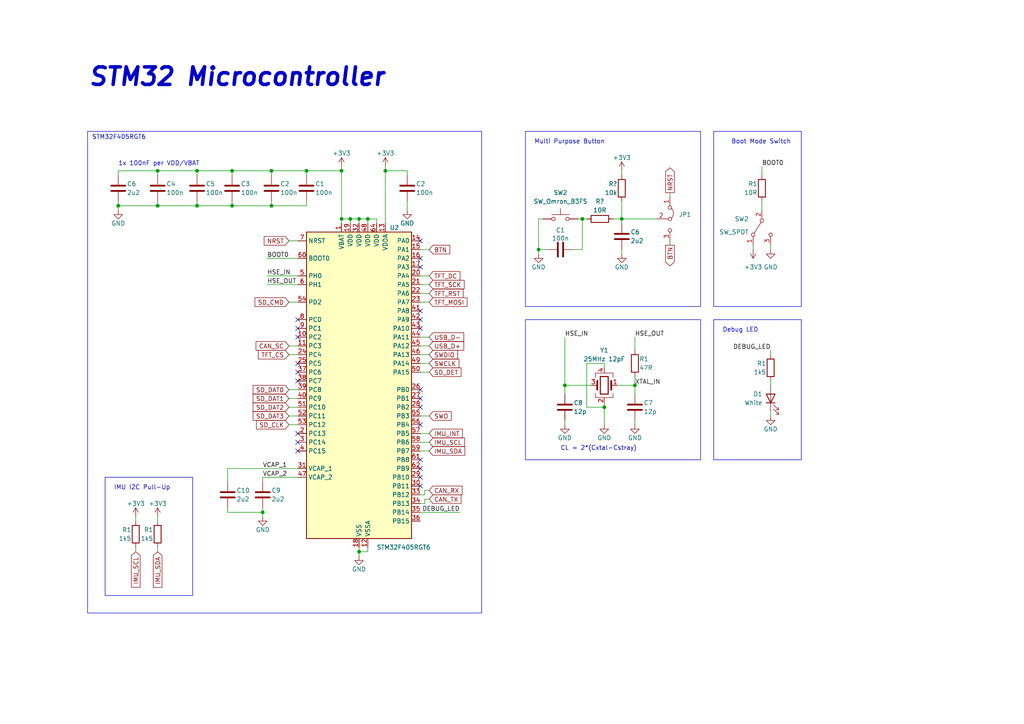
<source format=kicad_sch>
(kicad_sch (version 20230121) (generator eeschema)
  (paper "A4")
  (title_block (title "ST32 Microcontroller") (date "2023-08-02") (rev "R1") (company "s-grundner"))
  (lib_symbols
    (symbol "Device:C" (pin_numbers hide) (pin_names (offset 0.254))
      (property "Reference" "C" (at 0.635 2.54 0))
      (property "Value" "C" (at 0.635 -2.54 0))
      (symbol "C_0_1"
        (polyline (pts (xy -2.032 -0.762) (xy 2.032 -0.762)) (stroke (width 0.508)))
        (polyline (pts (xy -2.032 0.762) (xy 2.032 0.762)) (stroke (width 0.508)))
      )
      (symbol "C_1_1"
        (pin passive line (at 0 3.81 270) (length 2.794) (name "~") (number "1"))
        (pin passive line (at 0 -3.81 90) (length 2.794) (name "~") (number "2"))
      )
    )
    (symbol "Device:Crystal_GND24" (pin_names (offset 1.016) hide)
      (property "Reference" "Y" (at 3.175 5.08 0))
      (property "Value" "Crystal_GND24" (at 3.175 3.175 0))
      (symbol "Crystal_GND24_0_1"
        (rectangle (start -1.143 2.54) (end 1.143 -2.54) (stroke (width 0.3048)))
        (polyline (pts (xy -2.54 0) (xy -2.032 0)))
        (polyline (pts (xy -2.032 -1.27) (xy -2.032 1.27)) (stroke (width 0.508)))
        (polyline (pts (xy 0 -3.81) (xy 0 -3.556)))
        (polyline (pts (xy 0 3.556) (xy 0 3.81)))
        (polyline (pts (xy 2.032 -1.27) (xy 2.032 1.27)) (stroke (width 0.508)))
        (polyline (pts (xy 2.032 0) (xy 2.54 0)))
        (polyline (pts (xy -2.54 -2.286) (xy -2.54 -3.556) (xy 2.54 -3.556) (xy 2.54 -2.286)))
        (polyline (pts (xy -2.54 2.286) (xy -2.54 3.556) (xy 2.54 3.556) (xy 2.54 2.286)))
      )
      (symbol "Crystal_GND24_1_1"
        (pin passive line (at -3.81 0 0) (length 1.27) (name "1") (number "1"))
        (pin passive line (at 0 5.08 270) (length 1.27) (name "2") (number "2"))
        (pin passive line (at 3.81 0 180) (length 1.27) (name "3") (number "3"))
        (pin passive line (at 0 -5.08 90) (length 1.27) (name "4") (number "4"))
      )
    )
    (symbol "Device:LED" (pin_numbers hide) (pin_names (offset 1.016) hide)
      (property "Reference" "D" (at 0 2.54 0))
      (property "Value" "LED" (at 0 -2.54 0))
      (symbol "LED_0_1"
        (polyline (pts (xy -1.27 -1.27) (xy -1.27 1.27)) (stroke (width 0.254)))
        (polyline (pts (xy -1.27 0) (xy 1.27 0)))
        (polyline (pts (xy 1.27 -1.27) (xy 1.27 1.27) (xy -1.27 0) (xy 1.27 -1.27)) (stroke (width 0.254)))
        (polyline (pts (xy -3.048 -0.762) (xy -4.572 -2.286) (xy -3.81 -2.286) (xy -4.572 -2.286) (xy -4.572 -1.524)))
        (polyline (pts (xy -1.778 -0.762) (xy -3.302 -2.286) (xy -2.54 -2.286) (xy -3.302 -2.286) (xy -3.302 -1.524)))
      )
      (symbol "LED_1_1"
        (pin passive line (at -3.81 0 0) (length 2.54) (name "K") (number "1"))
        (pin passive line (at 3.81 0 180) (length 2.54) (name "A") (number "2"))
      )
    )
    (symbol "Device:R" (pin_numbers hide) (pin_names (offset 0))
      (property "Reference" "R" (at 2.032 0 90))
      (property "Value" "R" (at 0 0 90))
      (symbol "R_0_1"
        (rectangle (start -1.016 -2.54) (end 1.016 2.54) (stroke (width 0.254)))
      )
      (symbol "R_1_1"
        (pin passive line (at 0 3.81 270) (length 1.27) (name "~") (number "1"))
        (pin passive line (at 0 -3.81 90) (length 1.27) (name "~") (number "2"))
      )
    )
    (symbol "Jumper:Jumper_3_Bridged12" (pin_names (offset 0) hide)
      (property "Reference" "JP" (at -2.54 -2.54 0))
      (property "Value" "Jumper_3_Bridged12" (at 0 2.794 0))
      (symbol "Jumper_3_Bridged12_0_0"
        (circle (center -3.302 0) (radius 0.508))
        (circle (center 0 0) (radius 0.508))
        (circle (center 3.302 0) (radius 0.508))
      )
      (symbol "Jumper_3_Bridged12_0_1"
        (arc (start -0.254 0.508) (mid -1.651 0.9912) (end -3.048 0.508))
        (polyline (pts (xy 0 -1.27) (xy 0 -0.508)))
      )
      (symbol "Jumper_3_Bridged12_1_1"
        (pin passive line (at -6.35 0 0) (length 2.54) (name "A") (number "1"))
        (pin passive line (at 0 -3.81 90) (length 2.54) (name "C") (number "2"))
        (pin passive line (at 6.35 0 180) (length 2.54) (name "B") (number "3"))
      )
    )
    (symbol "MCU_ST_STM32F4:STM32F405RGTx"
      (property "Reference" "U" (at -15.24 46.99 0))
      (property "Value" "STM32F405RGTx" (at 10.16 46.99 0))
      (symbol "STM32F405RGTx_0_1"
        (rectangle (start -15.24 -43.18) (end 15.24 45.72) (stroke (width 0.254)) (fill (type background)))
      )
      (symbol "STM32F405RGTx_1_1"
        (pin power_in line (at -5.08 48.26 270) (length 2.54) (name "VBAT") (number "1"))
        (pin bidirectional line (at -17.78 15.24 0) (length 2.54) (name "PC2") (number "10"))
        (pin bidirectional line (at -17.78 12.7 0) (length 2.54) (name "PC3") (number "11"))
        (pin power_in line (at 2.54 -45.72 90) (length 2.54) (name "VSSA") (number "12"))
        (pin power_in line (at 7.62 48.26 270) (length 2.54) (name "VDDA") (number "13"))
        (pin bidirectional line (at 17.78 43.18 180) (length 2.54) (name "PA0") (number "14"))
        (pin bidirectional line (at 17.78 40.64 180) (length 2.54) (name "PA1") (number "15"))
        (pin bidirectional line (at 17.78 38.1 180) (length 2.54) (name "PA2") (number "16"))
        (pin bidirectional line (at 17.78 35.56 180) (length 2.54) (name "PA3") (number "17"))
        (pin power_in line (at 0 -45.72 90) (length 2.54) (name "VSS") (number "18"))
        (pin power_in line (at -2.54 48.26 270) (length 2.54) (name "VDD") (number "19"))
        (pin bidirectional line (at -17.78 -12.7 0) (length 2.54) (name "PC13") (number "2"))
        (pin bidirectional line (at 17.78 33.02 180) (length 2.54) (name "PA4") (number "20"))
        (pin bidirectional line (at 17.78 30.48 180) (length 2.54) (name "PA5") (number "21"))
        (pin bidirectional line (at 17.78 27.94 180) (length 2.54) (name "PA6") (number "22"))
        (pin bidirectional line (at 17.78 25.4 180) (length 2.54) (name "PA7") (number "23"))
        (pin bidirectional line (at -17.78 10.16 0) (length 2.54) (name "PC4") (number "24"))
        (pin bidirectional line (at -17.78 7.62 0) (length 2.54) (name "PC5") (number "25"))
        (pin bidirectional line (at 17.78 0 180) (length 2.54) (name "PB0") (number "26"))
        (pin bidirectional line (at 17.78 -2.54 180) (length 2.54) (name "PB1") (number "27"))
        (pin bidirectional line (at 17.78 -5.08 180) (length 2.54) (name "PB2") (number "28"))
        (pin bidirectional line (at 17.78 -25.4 180) (length 2.54) (name "PB10") (number "29"))
        (pin bidirectional line (at -17.78 -15.24 0) (length 2.54) (name "PC14") (number "3"))
        (pin bidirectional line (at 17.78 -27.94 180) (length 2.54) (name "PB11") (number "30"))
        (pin power_out line (at -17.78 -22.86 0) (length 2.54) (name "VCAP_1") (number "31"))
        (pin power_in line (at 0 48.26 270) (length 2.54) (name "VDD") (number "32"))
        (pin bidirectional line (at 17.78 -30.48 180) (length 2.54) (name "PB12") (number "33"))
        (pin bidirectional line (at 17.78 -33.02 180) (length 2.54) (name "PB13") (number "34"))
        (pin bidirectional line (at 17.78 -35.56 180) (length 2.54) (name "PB14") (number "35"))
        (pin bidirectional line (at 17.78 -38.1 180) (length 2.54) (name "PB15") (number "36"))
        (pin bidirectional line (at -17.78 5.08 0) (length 2.54) (name "PC6") (number "37"))
        (pin bidirectional line (at -17.78 2.54 0) (length 2.54) (name "PC7") (number "38"))
        (pin bidirectional line (at -17.78 0 0) (length 2.54) (name "PC8") (number "39"))
        (pin bidirectional line (at -17.78 -17.78 0) (length 2.54) (name "PC15") (number "4"))
        (pin bidirectional line (at -17.78 -2.54 0) (length 2.54) (name "PC9") (number "40"))
        (pin bidirectional line (at 17.78 22.86 180) (length 2.54) (name "PA8") (number "41"))
        (pin bidirectional line (at 17.78 20.32 180) (length 2.54) (name "PA9") (number "42"))
        (pin bidirectional line (at 17.78 17.78 180) (length 2.54) (name "PA10") (number "43"))
        (pin bidirectional line (at 17.78 15.24 180) (length 2.54) (name "PA11") (number "44"))
        (pin bidirectional line (at 17.78 12.7 180) (length 2.54) (name "PA12") (number "45"))
        (pin bidirectional line (at 17.78 10.16 180) (length 2.54) (name "PA13") (number "46"))
        (pin power_out line (at -17.78 -25.4 0) (length 2.54) (name "VCAP_2") (number "47"))
        (pin power_in line (at 2.54 48.26 270) (length 2.54) (name "VDD") (number "48"))
        (pin bidirectional line (at 17.78 7.62 180) (length 2.54) (name "PA14") (number "49"))
        (pin bidirectional line (at -17.78 33.02 0) (length 2.54) (name "PH0") (number "5"))
        (pin bidirectional line (at 17.78 5.08 180) (length 2.54) (name "PA15") (number "50"))
        (pin bidirectional line (at -17.78 -5.08 0) (length 2.54) (name "PC10") (number "51"))
        (pin bidirectional line (at -17.78 -7.62 0) (length 2.54) (name "PC11") (number "52"))
        (pin bidirectional line (at -17.78 -10.16 0) (length 2.54) (name "PC12") (number "53"))
        (pin bidirectional line (at -17.78 25.4 0) (length 2.54) (name "PD2") (number "54"))
        (pin bidirectional line (at 17.78 -7.62 180) (length 2.54) (name "PB3") (number "55"))
        (pin bidirectional line (at 17.78 -10.16 180) (length 2.54) (name "PB4") (number "56"))
        (pin bidirectional line (at 17.78 -12.7 180) (length 2.54) (name "PB5") (number "57"))
        (pin bidirectional line (at 17.78 -15.24 180) (length 2.54) (name "PB6") (number "58"))
        (pin bidirectional line (at 17.78 -17.78 180) (length 2.54) (name "PB7") (number "59"))
        (pin bidirectional line (at -17.78 30.48 0) (length 2.54) (name "PH1") (number "6"))
        (pin input line (at -17.78 38.1 0) (length 2.54) (name "BOOT0") (number "60"))
        (pin bidirectional line (at 17.78 -20.32 180) (length 2.54) (name "PB8") (number "61"))
        (pin bidirectional line (at 17.78 -22.86 180) (length 2.54) (name "PB9") (number "62"))
        (pin passive line (at 0 -45.72 90) (length 2.54) hide (name "VSS") (number "63"))
        (pin power_in line (at 5.08 48.26 270) (length 2.54) (name "VDD") (number "64"))
        (pin input line (at -17.78 43.18 0) (length 2.54) (name "NRST") (number "7"))
        (pin bidirectional line (at -17.78 20.32 0) (length 2.54) (name "PC0") (number "8"))
        (pin bidirectional line (at -17.78 17.78 0) (length 2.54) (name "PC1") (number "9"))
      )
    )
    (symbol "Switch:SW_Omron_B3FS" (pin_numbers hide) (pin_names (offset 1.016) hide)
      (property "Reference" "SW" (at 1.27 2.54 0))
      (property "Value" "SW_Omron_B3FS" (at 0 -1.524 0))
      (symbol "SW_Omron_B3FS_0_1"
        (circle (center -2.032 0) (radius 0.508))
        (polyline (pts (xy 0 1.27) (xy 0 3.048)))
        (polyline (pts (xy 2.54 1.27) (xy -2.54 1.27)))
        (circle (center 2.032 0) (radius 0.508))
        (pin passive line (at -5.08 0 0) (length 2.54) (name "1") (number "1"))
        (pin passive line (at 5.08 0 180) (length 2.54) (name "2") (number "2"))
      )
    )
    (symbol "Switch:SW_SPDT" (pin_names (offset 0) hide)
      (property "Reference" "SW" (at 0 4.318 0))
      (property "Value" "SW_SPDT" (at 0 -5.08 0))
      (symbol "SW_SPDT_0_0"
        (circle (center -2.032 0) (radius 0.508))
        (circle (center 2.032 -2.54) (radius 0.508))
      )
      (symbol "SW_SPDT_0_1"
        (polyline (pts (xy -1.524 0.254) (xy 1.651 2.286)))
        (circle (center 2.032 2.54) (radius 0.508))
      )
      (symbol "SW_SPDT_1_1"
        (pin passive line (at 5.08 2.54 180) (length 2.54) (name "A") (number "1"))
        (pin passive line (at -5.08 0 0) (length 2.54) (name "B") (number "2"))
        (pin passive line (at 5.08 -2.54 180) (length 2.54) (name "C") (number "3"))
      )
    )
    (symbol "power:+3V3" (power) (pin_names (offset 0))
      (property "Value" "+3V3" (at 0 3.556 0))
      (symbol "+3V3_0_1"
        (polyline (pts (xy -0.762 1.27) (xy 0 2.54)))
        (polyline (pts (xy 0 0) (xy 0 2.54)))
        (polyline (pts (xy 0 2.54) (xy 0.762 1.27)))
      )
      (symbol "+3V3_1_1"
        (pin power_in line (at 0 0 90) (length 0) hide (name "+3V3") (number "1"))
      )
    )
    (symbol "power:GND" (power) (pin_names (offset 0))
      (property "Value" "GND" (at 0 -3.81 0))
      (symbol "GND_0_1"
        (polyline (pts (xy 0 0) (xy 0 -1.27) (xy 1.27 -1.27) (xy 0 -2.54) (xy -1.27 -1.27) (xy 0 -1.27)))
      )
      (symbol "GND_1_1"
        (pin power_in line (at 0 0 270) (length 0) hide (name "GND") (number "1"))
      )
    )
  )
  (junction (at 76.2 148.59))
  (junction (at 163.83 111.76))
  (junction (at 156.21 72.39))
  (junction (at 168.91 63.5))
  (junction (at 78.74 59.69))
  (junction (at 99.06 49.53))
  (junction (at 88.9 49.53))
  (junction (at 67.31 49.53))
  (junction (at 45.72 49.53))
  (junction (at 180.34 63.5))
  (junction (at 45.72 59.69))
  (junction (at 78.74 49.53))
  (junction (at 104.14 63.5))
  (junction (at 106.68 63.5))
  (junction (at 57.15 49.53))
  (junction (at 104.14 160.02))
  (junction (at 67.31 59.69))
  (junction (at 184.15 111.76))
  (junction (at 34.29 59.69))
  (junction (at 111.76 49.53))
  (junction (at 99.06 63.5))
  (junction (at 57.15 59.69))
  (junction (at 175.26 118.11))
  (junction (at 101.6 63.5))
  (no_connect (at 121.92 135.89))
  (no_connect (at 86.36 128.27))
  (no_connect (at 121.92 113.03))
  (no_connect (at 86.36 95.25))
  (no_connect (at 86.36 107.95))
  (no_connect (at 121.92 115.57))
  (no_connect (at 86.36 110.49))
  (no_connect (at 86.36 130.81))
  (no_connect (at 121.92 138.43))
  (no_connect (at 121.92 118.11))
  (no_connect (at 121.92 123.19))
  (no_connect (at 121.92 140.97))
  (no_connect (at 121.92 92.71))
  (no_connect (at 121.92 95.25))
  (no_connect (at 86.36 92.71))
  (no_connect (at 86.36 97.79))
  (no_connect (at 86.36 125.73))
  (no_connect (at 121.92 77.47))
  (no_connect (at 121.92 74.93))
  (no_connect (at 121.92 69.85))
  (no_connect (at 121.92 90.17))
  (no_connect (at 121.92 133.35))
  (no_connect (at 86.36 105.41))
  (wire (pts (xy 124.46 80.01) (xy 121.92 80.01)))
  (wire (pts (xy 175.26 118.11) (xy 175.26 123.19)))
  (wire (pts (xy 66.04 148.59) (xy 76.2 148.59)))
  (wire (pts (xy 39.37 158.75) (xy 39.37 160.02)))
  (wire (pts (xy 34.29 59.69) (xy 34.29 58.42)))
  (wire (pts (xy 34.29 59.69) (xy 34.29 60.96)))
  (wire (pts (xy 123.19 142.24) (xy 123.19 143.51)))
  (wire (pts (xy 76.2 148.59) (xy 76.2 147.32)))
  (wire (pts (xy 88.9 58.42) (xy 88.9 59.69)))
  (wire (pts (xy 104.14 63.5) (xy 104.14 64.77)))
  (wire (pts (xy 45.72 58.42) (xy 45.72 59.69)))
  (wire (pts (xy 34.29 49.53) (xy 34.29 50.8)))
  (wire (pts (xy 194.31 55.88) (xy 194.31 57.15)))
  (wire (pts (xy 78.74 58.42) (xy 78.74 59.69)))
  (wire (pts (xy 124.46 97.79) (xy 121.92 97.79)))
  (wire (pts (xy 45.72 149.86) (xy 45.72 151.13)))
  (wire (pts (xy 184.15 111.76) (xy 184.15 114.3)))
  (wire (pts (xy 124.46 100.33) (xy 121.92 100.33)))
  (wire (pts (xy 45.72 49.53) (xy 34.29 49.53)))
  (wire (pts (xy 121.92 82.55) (xy 124.46 82.55)))
  (wire (pts (xy 104.14 160.02) (xy 106.68 160.02)))
  (wire (pts (xy 124.46 87.63) (xy 121.92 87.63)))
  (wire (pts (xy 109.22 63.5) (xy 109.22 64.77)))
  (wire (pts (xy 111.76 49.53) (xy 111.76 64.77)))
  (wire (pts (xy 175.26 105.41) (xy 175.26 106.68)))
  (wire (pts (xy 67.31 49.53) (xy 57.15 49.53)))
  (wire (pts (xy 194.31 71.12) (xy 194.31 69.85)))
  (wire (pts (xy 156.21 63.5) (xy 157.48 63.5)))
  (wire (pts (xy 220.98 48.26) (xy 220.98 50.8)))
  (wire (pts (xy 99.06 49.53) (xy 99.06 63.5)))
  (wire (pts (xy 106.68 158.75) (xy 106.68 160.02)))
  (wire (pts (xy 78.74 49.53) (xy 67.31 49.53)))
  (wire (pts (xy 57.15 59.69) (xy 45.72 59.69)))
  (wire (pts (xy 106.68 63.5) (xy 106.68 64.77)))
  (wire (pts (xy 175.26 116.84) (xy 175.26 118.11)))
  (wire (pts (xy 124.46 128.27) (xy 121.92 128.27)))
  (wire (pts (xy 111.76 48.26) (xy 111.76 49.53)))
  (wire (pts (xy 83.82 120.65) (xy 86.36 120.65)))
  (wire (pts (xy 156.21 72.39) (xy 156.21 73.66)))
  (wire (pts (xy 179.07 111.76) (xy 184.15 111.76)))
  (wire (pts (xy 163.83 111.76) (xy 163.83 114.3)))
  (wire (pts (xy 124.46 105.41) (xy 121.92 105.41)))
  (wire (pts (xy 124.46 120.65) (xy 121.92 120.65)))
  (wire (pts (xy 124.46 125.73) (xy 121.92 125.73)))
  (wire (pts (xy 83.82 115.57) (xy 86.36 115.57)))
  (wire (pts (xy 45.72 49.53) (xy 45.72 50.8)))
  (wire (pts (xy 39.37 149.86) (xy 39.37 151.13)))
  (wire (pts (xy 57.15 49.53) (xy 57.15 50.8)))
  (wire (pts (xy 177.8 63.5) (xy 180.34 63.5)))
  (wire (pts (xy 184.15 97.79) (xy 184.15 101.6)))
  (wire (pts (xy 83.82 87.63) (xy 86.36 87.63)))
  (wire (pts (xy 163.83 111.76) (xy 171.45 111.76)))
  (wire (pts (xy 66.04 135.89) (xy 86.36 135.89)))
  (wire (pts (xy 99.06 49.53) (xy 88.9 49.53)))
  (wire (pts (xy 57.15 58.42) (xy 57.15 59.69)))
  (wire (pts (xy 118.11 49.53) (xy 118.11 50.8)))
  (wire (pts (xy 163.83 97.79) (xy 163.83 111.76)))
  (wire (pts (xy 77.47 80.01) (xy 86.36 80.01)))
  (wire (pts (xy 99.06 48.26) (xy 99.06 49.53)))
  (wire (pts (xy 168.91 63.5) (xy 170.18 63.5)))
  (wire (pts (xy 218.44 72.39) (xy 218.44 71.12)))
  (wire (pts (xy 124.46 107.95) (xy 121.92 107.95)))
  (wire (pts (xy 180.34 63.5) (xy 180.34 64.77)))
  (wire (pts (xy 77.47 74.93) (xy 86.36 74.93)))
  (wire (pts (xy 88.9 49.53) (xy 78.74 49.53)))
  (wire (pts (xy 104.14 63.5) (xy 106.68 63.5)))
  (wire (pts (xy 180.34 63.5) (xy 190.5 63.5)))
  (wire (pts (xy 106.68 63.5) (xy 109.22 63.5)))
  (wire (pts (xy 83.82 69.85) (xy 86.36 69.85)))
  (wire (pts (xy 57.15 49.53) (xy 45.72 49.53)))
  (wire (pts (xy 123.19 144.78) (xy 123.19 146.05)))
  (wire (pts (xy 124.46 144.78) (xy 123.19 144.78)))
  (wire (pts (xy 76.2 148.59) (xy 76.2 149.86)))
  (wire (pts (xy 223.52 119.38) (xy 223.52 120.65)))
  (wire (pts (xy 184.15 123.19) (xy 184.15 121.92)))
  (wire (pts (xy 83.82 100.33) (xy 86.36 100.33)))
  (wire (pts (xy 78.74 59.69) (xy 67.31 59.69)))
  (wire (pts (xy 123.19 146.05) (xy 121.92 146.05)))
  (wire (pts (xy 83.82 123.19) (xy 86.36 123.19)))
  (wire (pts (xy 167.64 63.5) (xy 168.91 63.5)))
  (wire (pts (xy 67.31 49.53) (xy 67.31 50.8)))
  (wire (pts (xy 45.72 59.69) (xy 34.29 59.69)))
  (wire (pts (xy 88.9 49.53) (xy 88.9 50.8)))
  (wire (pts (xy 121.92 72.39) (xy 124.46 72.39)))
  (wire (pts (xy 67.31 58.42) (xy 67.31 59.69)))
  (wire (pts (xy 220.98 60.96) (xy 220.98 58.42)))
  (wire (pts (xy 66.04 147.32) (xy 66.04 148.59)))
  (wire (pts (xy 101.6 63.5) (xy 101.6 64.77)))
  (wire (pts (xy 170.18 118.11) (xy 175.26 118.11)))
  (wire (pts (xy 88.9 59.69) (xy 78.74 59.69)))
  (wire (pts (xy 101.6 63.5) (xy 104.14 63.5)))
  (wire (pts (xy 123.19 143.51) (xy 121.92 143.51)))
  (wire (pts (xy 104.14 160.02) (xy 104.14 161.29)))
  (wire (pts (xy 83.82 113.03) (xy 86.36 113.03)))
  (wire (pts (xy 118.11 58.42) (xy 118.11 60.96)))
  (wire (pts (xy 66.04 139.7) (xy 66.04 135.89)))
  (wire (pts (xy 158.75 72.39) (xy 156.21 72.39)))
  (wire (pts (xy 76.2 138.43) (xy 86.36 138.43)))
  (wire (pts (xy 184.15 109.22) (xy 184.15 111.76)))
  (wire (pts (xy 83.82 118.11) (xy 86.36 118.11)))
  (wire (pts (xy 170.18 118.11) (xy 170.18 105.41)))
  (wire (pts (xy 223.52 110.49) (xy 223.52 111.76)))
  (wire (pts (xy 156.21 63.5) (xy 156.21 72.39)))
  (wire (pts (xy 78.74 49.53) (xy 78.74 50.8)))
  (wire (pts (xy 104.14 158.75) (xy 104.14 160.02)))
  (wire (pts (xy 223.52 72.39) (xy 223.52 71.12)))
  (wire (pts (xy 163.83 121.92) (xy 163.83 123.19)))
  (wire (pts (xy 76.2 139.7) (xy 76.2 138.43)))
  (wire (pts (xy 99.06 63.5) (xy 101.6 63.5)))
  (wire (pts (xy 45.72 158.75) (xy 45.72 160.02)))
  (wire (pts (xy 166.37 72.39) (xy 168.91 72.39)))
  (wire (pts (xy 180.34 58.42) (xy 180.34 63.5)))
  (wire (pts (xy 223.52 102.87) (xy 223.52 101.6)))
  (wire (pts (xy 180.34 72.39) (xy 180.34 73.66)))
  (wire (pts (xy 180.34 49.53) (xy 180.34 50.8)))
  (wire (pts (xy 124.46 102.87) (xy 121.92 102.87)))
  (wire (pts (xy 83.82 102.87) (xy 86.36 102.87)))
  (wire (pts (xy 170.18 105.41) (xy 175.26 105.41)))
  (wire (pts (xy 124.46 142.24) (xy 123.19 142.24)))
  (wire (pts (xy 99.06 63.5) (xy 99.06 64.77)))
  (wire (pts (xy 67.31 59.69) (xy 57.15 59.69)))
  (wire (pts (xy 77.47 82.55) (xy 86.36 82.55)))
  (wire (pts (xy 111.76 49.53) (xy 118.11 49.53)))
  (wire (pts (xy 168.91 63.5) (xy 168.91 72.39)))
  (wire (pts (xy 124.46 130.81) (xy 121.92 130.81)))
  (wire (pts (xy 124.46 85.09) (xy 121.92 85.09)))
  (wire (pts (xy 133.35 148.59) (xy 121.92 148.59)))
  (rectangle (start 30.48 138.43) (end 55.88 172.72))
  (rectangle (start 152.4 38.1) (end 203.2 88.9))
  (rectangle (start 207.01 38.1) (end 232.41 88.9))
  (rectangle (start 207.01 92.71) (end 232.41 133.35))
  (rectangle (start 25.4 38.1) (end 139.7 177.8))
  (rectangle (start 152.4 92.71) (end 203.2 133.35))
  (text "STM32F405RGT6" (at 26.67 40.64 0) (effects (font (size 1.27 1.27)) (justify left bottom)))
  (text "Multi Purpose Button" (at 154.94 41.91 0) (effects (font (size 1.27 1.27)) (justify left bottom)))
  (text "1x 100nF per VDD/VBAT" (at 34.29 48.26 0) (effects (font (size 1.27 1.27)) (justify left bottom)))
  (text "IMU I2C Pull-Up\n" (at 33.02 142.24 0) (effects (font (size 1.27 1.27)) (justify left bottom)))
  (text "STM32 Microcontroller" (at 25.4 25.4 0) (effects (font (size 5.08 5.08) (thickness 1.016) bold italic) (justify left bottom)))
  (text "Debug LED" (at 209.55 96.52 0) (effects (font (size 1.27 1.27)) (justify left bottom)))
  (text "CL = 2*(Cxtal-Cstray)" (at 162.56 130.81 0) (effects (font (size 1.27 1.27)) (justify left bottom)))
  (text "Boot Mode Switch" (at 212.09 41.91 0) (effects (font (size 1.27 1.27)) (justify left bottom)))
  (label "DEBUG_LED" (at 223.52 101.6 180))
  (label "BOOT0" (at 77.47 74.93 0))
  (label "HSE_IN" (at 77.47 80.01 0))
  (label "XTAL_IN" (at 184.15 111.76 0))
  (label "HSE_OUT" (at 77.47 82.55 0))
  (label "VCAP_2" (at 76.2 138.43 0))
  (label "HSE_OUT" (at 184.15 97.79 0))
  (label "DEBUG_LED" (at 133.35 148.59 180))
  (label "VCAP_1" (at 76.2 135.89 0))
  (label "HSE_IN" (at 163.83 97.79 0))
  (label "BOOT0" (at 220.98 48.26 0))
  (global_label "CAN_TX" (shape input) (at 124.46 144.78 0) (property "Intersheetrefs" "${INTERSHEET_REFS}" (effects hide)))
  (global_label "SD_CLK" (shape input) (at 83.82 123.19 180) (property "Intersheetrefs" "${INTERSHEET_REFS}" (effects hide)))
  (global_label "TFT_SCK" (shape input) (at 124.46 82.55 0) (property "Intersheetrefs" "${INTERSHEET_REFS}" (effects hide)))
  (global_label "SD_DAT0" (shape input) (at 83.82 113.03 180) (property "Intersheetrefs" "${INTERSHEET_REFS}" (effects hide)))
  (global_label "TFT_MOSI" (shape input) (at 124.46 87.63 0) (property "Intersheetrefs" "${INTERSHEET_REFS}" (effects hide)))
  (global_label "SD_DAT1" (shape input) (at 83.82 115.57 180) (property "Intersheetrefs" "${INTERSHEET_REFS}" (effects hide)))
  (global_label "TFT_RST" (shape input) (at 124.46 85.09 0) (property "Intersheetrefs" "${INTERSHEET_REFS}" (effects hide)))
  (global_label "USB_D+" (shape input) (at 124.46 100.33 0) (property "Intersheetrefs" "${INTERSHEET_REFS}" (effects hide)))
  (global_label "SD_DAT2" (shape input) (at 83.82 118.11 180) (property "Intersheetrefs" "${INTERSHEET_REFS}" (effects hide)))
  (global_label "SWCLK" (shape input) (at 124.46 105.41 0) (property "Intersheetrefs" "${INTERSHEET_REFS}" (effects hide)))
  (global_label "SD_DAT3" (shape input) (at 83.82 120.65 180) (property "Intersheetrefs" "${INTERSHEET_REFS}" (effects hide)))
  (global_label "SD_DET" (shape input) (at 124.46 107.95 0) (property "Intersheetrefs" "${INTERSHEET_REFS}" (effects hide)))
  (global_label "NRST" (shape output) (at 194.31 55.88 90) (property "Intersheetrefs" "${INTERSHEET_REFS}" (effects hide)))
  (global_label "SWDIO" (shape input) (at 124.46 102.87 0) (property "Intersheetrefs" "${INTERSHEET_REFS}" (effects hide)))
  (global_label "CAN_SC" (shape input) (at 83.82 100.33 180) (property "Intersheetrefs" "${INTERSHEET_REFS}" (effects hide)))
  (global_label "NRST" (shape input) (at 83.82 69.85 180) (property "Intersheetrefs" "${INTERSHEET_REFS}" (effects hide)))
  (global_label "SWO" (shape input) (at 124.46 120.65 0) (property "Intersheetrefs" "${INTERSHEET_REFS}" (effects hide)))
  (global_label "BTN" (shape output) (at 194.31 71.12 270) (property "Intersheetrefs" "${INTERSHEET_REFS}" (effects hide)))
  (global_label "USB_D-" (shape input) (at 124.46 97.79 0) (property "Intersheetrefs" "${INTERSHEET_REFS}" (effects hide)))
  (global_label "TFT_CS" (shape input) (at 83.82 102.87 180) (property "Intersheetrefs" "${INTERSHEET_REFS}" (effects hide)))
  (global_label "SD_CMD" (shape input) (at 83.82 87.63 180) (property "Intersheetrefs" "${INTERSHEET_REFS}" (effects hide)))
  (global_label "IMU_SDA" (shape input) (at 124.46 130.81 0) (property "Intersheetrefs" "${INTERSHEET_REFS}" (effects hide)))
  (global_label "CAN_RX" (shape input) (at 124.46 142.24 0) (property "Intersheetrefs" "${INTERSHEET_REFS}" (effects hide)))
  (global_label "IMU_SCL" (shape input) (at 124.46 128.27 0) (property "Intersheetrefs" "${INTERSHEET_REFS}" (effects hide)))
  (global_label "IMU_SDA" (shape input) (at 45.72 160.02 270) (property "Intersheetrefs" "${INTERSHEET_REFS}" (effects hide)))
  (global_label "IMU_INT" (shape input) (at 124.46 125.73 0) (property "Intersheetrefs" "${INTERSHEET_REFS}" (effects hide)))
  (global_label "BTN" (shape input) (at 124.46 72.39 0) (property "Intersheetrefs" "${INTERSHEET_REFS}" (effects hide)))
  (global_label "IMU_SCL" (shape input) (at 39.37 160.02 270) (property "Intersheetrefs" "${INTERSHEET_REFS}" (effects hide)))
  (global_label "TFT_DC" (shape input) (at 124.46 80.01 0) (property "Intersheetrefs" "${INTERSHEET_REFS}" (effects hide)))
  (symbol (lib_id "Device:R") (at 39.37 154.94 180) (unit 1)
    (property "Reference" "R1" (at 38.1 153.67 0) (effects (justify left)))
    (property "Value" "1k5" (at 38.1 156.21 0) (effects (justify left)))
    (property "Footprint" "Resistor_SMD:R_0402_1005Metric" (effects hide))
    (property "LCSC Part #" "C25867" (effects hide))
    (instances (project "STM32F4_HexGauge_V3" (path "" (reference "R1") (unit 1)) (path "" (reference "R6") (unit 1))))
  )
  (symbol (lib_id "Device:C") (at 45.72 54.61 0) (unit 1)
    (property "Reference" "C4" (at 48.26 53.34 0) (effects (justify left)))
    (property "Value" "100n" (at 48.26 55.88 0) (effects (justify left)))
    (property "Footprint" "Capacitor_SMD:C_0402_1005Metric" (effects hide))
    (property "LCSC Part #" "C1525" (effects hide))
    (instances (project "STM32F4_HexGauge_V3" (path "" (reference "C4") (unit 1)) (path "" (reference "C2") (unit 1))))
  )
  (symbol (lib_id "Switch:SW_SPDT") (at 220.98 66.04 90) (mirror x) (unit 1)
    (property "Reference" "SW2" (at 217.17 63.5 90) (effects (justify left)))
    (property "Value" "SW_SPDT" (at 217.17 67.31 90) (effects (justify left)))
    (property "Footprint" "Button_Switch_SMD:SW_SPDT_PCM12" (effects hide))
  )
  (symbol (lib_id "Device:C") (at 76.2 143.51 0) (unit 1)
    (property "Reference" "C9" (at 78.74 142.24 0) (effects (justify left)))
    (property "Value" "2u2" (at 78.74 144.78 0) (effects (justify left)))
    (property "Footprint" "Capacitor_SMD:C_0603_1608Metric" (effects hide))
    (property "LCSC Part #" "C23630" (effects hide))
    (instances (project "STM32F4_HexGauge_V3" (path "" (reference "C9") (unit 1)) (path "" (reference "C13") (unit 1))))
  )
  (symbol (lib_id "power:GND") (at 223.52 120.65 0) (unit 1)
    (property "Reference" "#PWR010" (effects hide))
    (property "Value" "GND" (at 223.52 124.46 0))
  )
  (symbol (lib_id "power:+3V3") (at 45.72 149.86 0) (mirror y) (unit 1)
    (property "Reference" "#PWR01" (effects hide))
    (property "Value" "+3V3" (at 45.72 146.05 0))
    (instances (project "STM32F4_HexGauge_V3" (path "" (reference "#PWR01") (unit 1)) (path "" (reference "#PWR015") (unit 1))))
  )
  (symbol (lib_id "Device:C") (at 57.15 54.61 0) (unit 1)
    (property "Reference" "C5" (at 59.69 53.34 0) (effects (justify left)))
    (property "Value" "100n" (at 59.69 55.88 0) (effects (justify left)))
    (property "Footprint" "Capacitor_SMD:C_0402_1005Metric" (effects hide))
    (property "LCSC Part #" "C1525" (effects hide))
    (instances (project "STM32F4_HexGauge_V3" (path "" (reference "C5") (unit 1)) (path "" (reference "C3") (unit 1))))
  )
  (symbol (lib_id "Switch:SW_Omron_B3FS") (at 162.56 63.5 0) (unit 1)
    (property "Reference" "SW2" (at 162.56 55.88 0))
    (property "Value" "SW_Omron_B3FS" (at 162.56 58.42 0))
    (property "Footprint" "Button_Switch_SMD:Panasonic_EVQPUL_EVQPUC" (effects hide))
    (property "Datasheet" "https://omronfs.omron.com/en_US/ecb/products/pdf/en-b3fs.pdf" (effects hide))
    (instances (project "STM32F4_HexGauge_V3" (path "" (reference "SW2") (unit 1)) (path "" (reference "SW1") (unit 1))))
  )
  (symbol (lib_id "power:+3V3") (at 218.44 72.39 180) (unit 1)
    (property "Reference" "#PWR01" (effects hide))
    (property "Value" "+3V3" (at 218.44 77.47 0))
    (instances (project "STM32F4_HexGauge_V3" (path "" (reference "#PWR01") (unit 1)) (path "" (reference "#PWR06") (unit 1))))
  )
  (symbol (lib_id "power:GND") (at 76.2 149.86 0) (unit 1)
    (property "Reference" "#PWR010" (effects hide))
    (property "Value" "GND" (at 76.2 153.67 0))
    (instances (project "STM32F4_HexGauge_V3" (path "" (reference "#PWR010") (unit 1)) (path "" (reference "#PWR016") (unit 1))))
  )
  (symbol (lib_id "MCU_ST_STM32F4:STM32F405RGTx") (at 104.14 113.03 0) (unit 1)
    (property "Reference" "U2" (at 113.03 66.04 0) (effects (justify left)))
    (property "Value" "STM32F405RGT6" (at 109.22 158.75 0) (effects (justify left)))
    (property "Footprint" "Package_QFP:LQFP-64_10x10mm_P0.5mm" (effects hide))
    (property "Datasheet" "https://www.st.com/resource/en/datasheet/stm32f405rg.pdf" (effects hide))
    (property "LCSC Part #" "C15742" (effects hide))
    (instances (project "STM32F4_HexGauge_V3" (path "" (reference "U2") (unit 1)) (path "" (reference "U1") (unit 1))))
  )
  (symbol (lib_id "power:+3V3") (at 180.34 49.53 0) (unit 1)
    (property "Reference" "#PWR044" (effects hide))
    (property "Value" "+3V3" (at 180.34 45.72 0))
    (instances (project "STM32F4_HexGauge_V3" (path "" (reference "#PWR044") (unit 1)) (path "" (reference "#PWR03") (unit 1))))
  )
  (symbol (lib_id "Device:C") (at 78.74 54.61 0) (unit 1)
    (property "Reference" "C2" (at 81.28 53.34 0) (effects (justify left)))
    (property "Value" "100n" (at 81.28 55.88 0) (effects (justify left)))
    (property "Footprint" "Capacitor_SMD:C_0402_1005Metric" (effects hide))
    (property "LCSC Part #" "C1525" (effects hide))
    (instances (project "STM32F4_HexGauge_V3" (path "" (reference "C2") (unit 1)) (path "" (reference "C5") (unit 1))))
  )
  (symbol (lib_id "Device:R") (at 173.99 63.5 270) (unit 1)
    (property "Reference" "R?" (at 173.99 58.42 90))
    (property "Value" "10R" (at 173.99 60.96 90))
    (property "Footprint" "Resistor_SMD:R_0402_1005Metric" (effects hide))
    (property "LCSC Part #" "C25077" (effects hide))
    (instances (project "CTN" (path "" (reference "R?") (unit 1))) (project "STM32F4_HexGauge_V3" (path "" (reference "R17") (unit 1)) (path "" (reference "R3") (unit 1))) (project "FastHexGauge" (path "" (reference "R4") (unit 1)) (path "" (reference "R6") (unit 1))))
  )
  (symbol (lib_id "power:GND") (at 163.83 123.19 0) (unit 1)
    (property "Reference" "#PWR011" (effects hide))
    (property "Value" "GND" (at 163.83 127 0))
  )
  (symbol (lib_id "Device:Crystal_GND24") (at 175.26 111.76 180) (unit 1)
    (property "Reference" "Y1" (at 175.26 101.6 0))
    (property "Value" "25MHz 12pF" (at 175.26 104.14 0))
    (property "Footprint" "Crystal:Crystal_SMD_3225-4Pin_3.2x2.5mm" (effects hide))
    (property "Datasheet" "https://datasheet.lcsc.com/lcsc/2304140030_Yangxing-Tech-X322525MOB4SI_C9006.pdf" (effects hide))
    (property "LCSC Part #" "C9006" (effects hide))
  )
  (symbol (lib_id "Device:C") (at 66.04 143.51 0) (unit 1)
    (property "Reference" "C10" (at 68.58 142.24 0) (effects (justify left)))
    (property "Value" "2u2" (at 68.58 144.78 0) (effects (justify left)))
    (property "Footprint" "Capacitor_SMD:C_0603_1608Metric" (effects hide))
    (property "LCSC Part #" "C23630" (effects hide))
    (instances (project "STM32F4_HexGauge_V3" (path "" (reference "C10") (unit 1)) (path "" (reference "C12") (unit 1))))
  )
  (symbol (lib_id "Device:C") (at 118.11 54.61 0) (unit 1)
    (property "Reference" "C2" (at 120.65 53.34 0) (effects (justify left)))
    (property "Value" "100n" (at 120.65 55.88 0) (effects (justify left)))
    (property "Footprint" "Capacitor_SMD:C_0402_1005Metric" (effects hide))
    (property "LCSC Part #" "C1525" (effects hide))
    (instances (project "STM32F4_HexGauge_V3" (path "" (reference "C2") (unit 1)) (path "" (reference "C7") (unit 1))))
  )
  (symbol (lib_id "Device:C") (at 180.34 68.58 0) (unit 1)
    (property "Reference" "C6" (at 182.88 67.31 0) (effects (justify left)))
    (property "Value" "2u2" (at 182.88 69.85 0) (effects (justify left)))
    (property "Footprint" "Capacitor_SMD:C_0603_1608Metric" (effects hide))
    (property "LCSC Part #" "C23630" (effects hide))
    (instances (project "STM32F4_HexGauge_V3" (path "" (reference "C6") (unit 1)) (path "" (reference "C8") (unit 1)) (path "" (reference "C11") (unit 1)) (path "" (reference "C27") (unit 1))))
  )
  (symbol (lib_id "Device:R") (at 180.34 54.61 0) (unit 1)
    (property "Reference" "R?" (at 179.07 53.34 0) (effects (justify right)))
    (property "Value" "10k" (at 179.07 55.88 0) (effects (justify right)))
    (property "Footprint" "Resistor_SMD:R_0402_1005Metric" (effects hide))
    (property "LCSC Part #" "C25744" (effects hide))
    (instances (project "CTN" (path "" (reference "R?") (unit 1))) (project "STM32F4_HexGauge_V3" (path "" (reference "R16") (unit 1)) (path "" (reference "R1") (unit 1))) (project "FastHexGauge" (path "" (reference "R4") (unit 1)) (path "" (reference "R6") (unit 1))))
  )
  (symbol (lib_id "Device:LED") (at 223.52 115.57 90) (unit 1)
    (property "Reference" "D1" (at 218.44 114.3 90) (effects (justify right)))
    (property "Value" "White" (at 215.9 116.84 90) (effects (justify right)))
    (property "Footprint" "LED_SMD:LED_0603_1608Metric" (effects hide))
    (property "LCSC Part #" "C2290" (effects hide))
  )
  (symbol (lib_id "Device:R") (at 220.98 54.61 180) (unit 1)
    (property "Reference" "R1" (at 219.71 53.34 0) (effects (justify left)))
    (property "Value" "10R" (at 219.71 55.88 0) (effects (justify left)))
    (property "Footprint" "Resistor_SMD:R_0402_1005Metric" (effects hide))
    (property "LCSC Part #" "C25077" (effects hide))
    (instances (project "STM32F4_HexGauge_V3" (path "" (reference "R1") (unit 1)) (path "" (reference "R2") (unit 1))))
  )
  (symbol (lib_id "Jumper:Jumper_3_Bridged12") (at 194.31 63.5 270) (unit 1)
    (property "Reference" "JP1" (at 196.85 62.23 90) (effects (justify left)))
    (property "Value" "Jumper_3_Bridged12" (effects hide))
    (property "Footprint" "Jumper:SolderJumper-3_P1.3mm_Open_RoundedPad1.0x1.5mm" (effects hide))
  )
  (symbol (lib_id "Device:R") (at 45.72 154.94 180) (unit 1)
    (property "Reference" "R1" (at 44.45 153.67 0) (effects (justify left)))
    (property "Value" "1k5" (at 44.45 156.21 0) (effects (justify left)))
    (property "Footprint" "Resistor_SMD:R_0402_1005Metric" (effects hide))
    (property "LCSC Part #" "C25867" (effects hide))
    (instances (project "STM32F4_HexGauge_V3" (path "" (reference "R1") (unit 1)) (path "" (reference "R7") (unit 1))))
  )
  (symbol (lib_id "Device:C") (at 67.31 54.61 0) (unit 1)
    (property "Reference" "C3" (at 69.85 53.34 0) (effects (justify left)))
    (property "Value" "100n" (at 69.85 55.88 0) (effects (justify left)))
    (property "Footprint" "Capacitor_SMD:C_0402_1005Metric" (effects hide))
    (property "LCSC Part #" "C1525" (effects hide))
    (instances (project "STM32F4_HexGauge_V3" (path "" (reference "C3") (unit 1)) (path "" (reference "C4") (unit 1))))
  )
  (symbol (lib_id "power:GND") (at 156.21 73.66 0) (unit 1)
    (property "Reference" "#PWR049" (effects hide))
    (property "Value" "GND" (at 156.21 77.47 0))
    (instances (project "STM32F4_HexGauge_V3" (path "" (reference "#PWR049") (unit 1)) (path "" (reference "#PWR08") (unit 1))))
  )
  (symbol (lib_id "power:GND") (at 184.15 123.19 0) (unit 1)
    (property "Reference" "#PWR012" (effects hide))
    (property "Value" "GND" (at 184.15 127 0))
    (instances (project "STM32F4_HexGauge_V3" (path "" (reference "#PWR012") (unit 1)) (path "" (reference "#PWR013") (unit 1))))
  )
  (symbol (lib_id "power:+3V3") (at 39.37 149.86 0) (unit 1)
    (property "Reference" "#PWR01" (effects hide))
    (property "Value" "+3V3" (at 39.37 146.05 0))
    (instances (project "STM32F4_HexGauge_V3" (path "" (reference "#PWR01") (unit 1)) (path "" (reference "#PWR014") (unit 1))))
  )
  (symbol (lib_id "power:GND") (at 104.14 161.29 0) (unit 1)
    (property "Reference" "#PWR05" (effects hide))
    (property "Value" "GND" (at 104.14 165.1 0))
    (instances (project "STM32F4_HexGauge_V3" (path "" (reference "#PWR05") (unit 1)) (path "" (reference "#PWR017") (unit 1))))
  )
  (symbol (lib_id "Device:C") (at 88.9 54.61 0) (unit 1)
    (property "Reference" "C1" (at 91.44 53.34 0) (effects (justify left)))
    (property "Value" "100n" (at 91.44 55.88 0) (effects (justify left)))
    (property "Footprint" "Capacitor_SMD:C_0402_1005Metric" (effects hide))
    (property "LCSC Part #" "C1525" (effects hide))
    (instances (project "STM32F4_HexGauge_V3" (path "" (reference "C1") (unit 1)) (path "" (reference "C6") (unit 1))))
  )
  (symbol (lib_id "Device:R") (at 223.52 106.68 180) (unit 1)
    (property "Reference" "R1" (at 222.25 105.41 0) (effects (justify left)))
    (property "Value" "1k5" (at 222.25 107.95 0) (effects (justify left)))
    (property "Footprint" "Resistor_SMD:R_0402_1005Metric" (effects hide))
    (property "LCSC Part #" "C25867" (effects hide))
    (instances (project "STM32F4_HexGauge_V3" (path "" (reference "R1") (unit 1)) (path "" (reference "R5") (unit 1))))
  )
  (symbol (lib_id "Device:C") (at 34.29 54.61 0) (unit 1)
    (property "Reference" "C6" (at 36.83 53.34 0) (effects (justify left)))
    (property "Value" "2u2" (at 36.83 55.88 0) (effects (justify left)))
    (property "Footprint" "Capacitor_SMD:C_0603_1608Metric" (effects hide))
    (property "LCSC Part #" "C23630" (effects hide))
    (instances (project "STM32F4_HexGauge_V3" (path "" (reference "C6") (unit 1)) (path "" (reference "C1") (unit 1))))
  )
  (symbol (lib_id "power:GND") (at 175.26 123.19 0) (unit 1)
    (property "Reference" "#PWR04" (effects hide))
    (property "Value" "GND" (at 175.26 127 0))
    (instances (project "STM32F4_HexGauge_V3" (path "" (reference "#PWR04") (unit 1)) (path "" (reference "#PWR012") (unit 1))))
  )
  (symbol (lib_id "Device:C") (at 163.83 118.11 0) (unit 1)
    (property "Reference" "C8" (at 166.37 116.84 0) (effects (justify left)))
    (property "Value" "12p" (at 166.37 119.38 0) (effects (justify left)))
    (property "Footprint" "Capacitor_SMD:C_0402_1005Metric" (effects hide))
    (property "LCSC Part #" "C1547" (effects hide))
    (instances (project "STM32F4_HexGauge_V3" (path "" (reference "C8") (unit 1)) (path "" (reference "C10") (unit 1))))
  )
  (symbol (lib_id "power:GND") (at 223.52 72.39 0) (unit 1)
    (property "Reference" "#PWR012" (effects hide))
    (property "Value" "GND" (at 223.52 77.47 0))
    (instances (project "STM32F4_HexGauge_V3" (path "" (reference "#PWR012") (unit 1)) (path "" (reference "#PWR07") (unit 1))))
  )
  (symbol (lib_id "Device:C") (at 162.56 72.39 270) (unit 1)
    (property "Reference" "C1" (at 162.56 66.04 90) (effects (justify top)))
    (property "Value" "100n" (at 162.56 69.85 90) (effects (justify bottom)))
    (property "Footprint" "Capacitor_SMD:C_0402_1005Metric" (effects hide))
    (property "LCSC Part #" "C1525" (effects hide))
    (instances (project "STM32F4_HexGauge_V3" (path "" (reference "C1") (unit 1)) (path "" (reference "C9") (unit 1)) (path "" (reference "C12") (unit 1)) (path "" (reference "C28") (unit 1))))
  )
  (symbol (lib_id "power:+3V3") (at 111.76 48.26 0) (unit 1)
    (property "Reference" "#PWR01" (effects hide))
    (property "Value" "+3V3" (at 111.76 44.45 0))
    (instances (project "STM32F4_HexGauge_V3" (path "" (reference "#PWR01") (unit 1)) (path "" (reference "#PWR02") (unit 1))))
  )
  (symbol (lib_id "power:+3V3") (at 99.06 48.26 0) (unit 1)
    (property "Reference" "#PWR01" (effects hide))
    (property "Value" "+3V3" (at 99.06 44.45 0))
  )
  (symbol (lib_id "power:GND") (at 34.29 60.96 0) (unit 1)
    (property "Reference" "#PWR03" (effects hide))
    (property "Value" "GND" (at 34.29 64.77 0))
    (instances (project "STM32F4_HexGauge_V3" (path "" (reference "#PWR03") (unit 1)) (path "" (reference "#PWR04") (unit 1))))
  )
  (symbol (lib_id "power:GND") (at 180.34 73.66 0) (unit 1)
    (property "Reference" "#PWR050" (effects hide))
    (property "Value" "GND" (at 180.34 77.47 0))
    (instances (project "STM32F4_HexGauge_V3" (path "" (reference "#PWR050") (unit 1)) (path "" (reference "#PWR09") (unit 1))))
  )
  (symbol (lib_id "Device:R") (at 184.15 105.41 180) (unit 1)
    (property "Reference" "R1" (at 185.42 104.14 0) (effects (justify right)))
    (property "Value" "47R" (at 185.42 106.68 0) (effects (justify right)))
    (property "Footprint" "Resistor_SMD:R_0402_1005Metric" (effects hide))
    (property "LCSC Part #" "C25118" (effects hide))
    (instances (project "STM32F4_HexGauge_V3" (path "" (reference "R1") (unit 1)) (path "" (reference "R4") (unit 1))))
  )
  (symbol (lib_id "power:GND") (at 118.11 60.96 0) (unit 1)
    (property "Reference" "#PWR05" (effects hide))
    (property "Value" "GND" (at 118.11 64.77 0))
  )
  (symbol (lib_id "Device:C") (at 184.15 118.11 0) (unit 1)
    (property "Reference" "C7" (at 186.69 116.84 0) (effects (justify left)))
    (property "Value" "12p" (at 186.69 119.38 0) (effects (justify left)))
    (property "Footprint" "Capacitor_SMD:C_0402_1005Metric" (effects hide))
    (property "LCSC Part #" "C1547" (effects hide))
    (instances (project "STM32F4_HexGauge_V3" (path "" (reference "C7") (unit 1)) (path "" (reference "C11") (unit 1))))
  )
)
</source>
